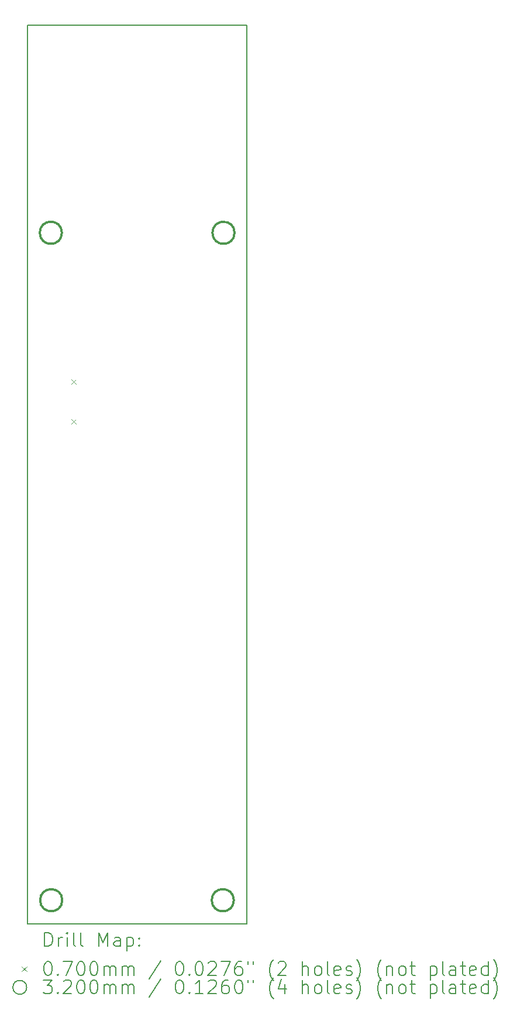
<source format=gbr>
%TF.GenerationSoftware,KiCad,Pcbnew,7.0.10*%
%TF.CreationDate,2024-11-08T14:21:35-05:00*%
%TF.ProjectId,Sensify Main Board,53656e73-6966-4792-904d-61696e20426f,rev?*%
%TF.SameCoordinates,Original*%
%TF.FileFunction,Drillmap*%
%TF.FilePolarity,Positive*%
%FSLAX45Y45*%
G04 Gerber Fmt 4.5, Leading zero omitted, Abs format (unit mm)*
G04 Created by KiCad (PCBNEW 7.0.10) date 2024-11-08 14:21:35*
%MOMM*%
%LPD*%
G01*
G04 APERTURE LIST*
%ADD10C,0.200000*%
%ADD11C,0.100000*%
%ADD12C,0.320000*%
G04 APERTURE END LIST*
D10*
X12750800Y-6187440D02*
X15925800Y-6187440D01*
X15925800Y-19187440D01*
X12750800Y-19187440D01*
X12750800Y-6187440D01*
D11*
X13386360Y-11307090D02*
X13456360Y-11377090D01*
X13456360Y-11307090D02*
X13386360Y-11377090D01*
X13386360Y-11885090D02*
X13456360Y-11955090D01*
X13456360Y-11885090D02*
X13386360Y-11955090D01*
D12*
X13251160Y-9189720D02*
G75*
G03*
X12931160Y-9189720I-160000J0D01*
G01*
X12931160Y-9189720D02*
G75*
G03*
X13251160Y-9189720I160000J0D01*
G01*
X13256240Y-18841720D02*
G75*
G03*
X12936240Y-18841720I-160000J0D01*
G01*
X12936240Y-18841720D02*
G75*
G03*
X13256240Y-18841720I160000J0D01*
G01*
X15740360Y-18841720D02*
G75*
G03*
X15420360Y-18841720I-160000J0D01*
G01*
X15420360Y-18841720D02*
G75*
G03*
X15740360Y-18841720I160000J0D01*
G01*
X15750520Y-9189720D02*
G75*
G03*
X15430520Y-9189720I-160000J0D01*
G01*
X15430520Y-9189720D02*
G75*
G03*
X15750520Y-9189720I160000J0D01*
G01*
D10*
X13001577Y-19508924D02*
X13001577Y-19308924D01*
X13001577Y-19308924D02*
X13049196Y-19308924D01*
X13049196Y-19308924D02*
X13077767Y-19318448D01*
X13077767Y-19318448D02*
X13096815Y-19337495D01*
X13096815Y-19337495D02*
X13106339Y-19356543D01*
X13106339Y-19356543D02*
X13115862Y-19394638D01*
X13115862Y-19394638D02*
X13115862Y-19423210D01*
X13115862Y-19423210D02*
X13106339Y-19461305D01*
X13106339Y-19461305D02*
X13096815Y-19480352D01*
X13096815Y-19480352D02*
X13077767Y-19499400D01*
X13077767Y-19499400D02*
X13049196Y-19508924D01*
X13049196Y-19508924D02*
X13001577Y-19508924D01*
X13201577Y-19508924D02*
X13201577Y-19375590D01*
X13201577Y-19413686D02*
X13211101Y-19394638D01*
X13211101Y-19394638D02*
X13220624Y-19385114D01*
X13220624Y-19385114D02*
X13239672Y-19375590D01*
X13239672Y-19375590D02*
X13258720Y-19375590D01*
X13325386Y-19508924D02*
X13325386Y-19375590D01*
X13325386Y-19308924D02*
X13315862Y-19318448D01*
X13315862Y-19318448D02*
X13325386Y-19327971D01*
X13325386Y-19327971D02*
X13334910Y-19318448D01*
X13334910Y-19318448D02*
X13325386Y-19308924D01*
X13325386Y-19308924D02*
X13325386Y-19327971D01*
X13449196Y-19508924D02*
X13430148Y-19499400D01*
X13430148Y-19499400D02*
X13420624Y-19480352D01*
X13420624Y-19480352D02*
X13420624Y-19308924D01*
X13553958Y-19508924D02*
X13534910Y-19499400D01*
X13534910Y-19499400D02*
X13525386Y-19480352D01*
X13525386Y-19480352D02*
X13525386Y-19308924D01*
X13782529Y-19508924D02*
X13782529Y-19308924D01*
X13782529Y-19308924D02*
X13849196Y-19451781D01*
X13849196Y-19451781D02*
X13915862Y-19308924D01*
X13915862Y-19308924D02*
X13915862Y-19508924D01*
X14096815Y-19508924D02*
X14096815Y-19404162D01*
X14096815Y-19404162D02*
X14087291Y-19385114D01*
X14087291Y-19385114D02*
X14068243Y-19375590D01*
X14068243Y-19375590D02*
X14030148Y-19375590D01*
X14030148Y-19375590D02*
X14011101Y-19385114D01*
X14096815Y-19499400D02*
X14077767Y-19508924D01*
X14077767Y-19508924D02*
X14030148Y-19508924D01*
X14030148Y-19508924D02*
X14011101Y-19499400D01*
X14011101Y-19499400D02*
X14001577Y-19480352D01*
X14001577Y-19480352D02*
X14001577Y-19461305D01*
X14001577Y-19461305D02*
X14011101Y-19442257D01*
X14011101Y-19442257D02*
X14030148Y-19432733D01*
X14030148Y-19432733D02*
X14077767Y-19432733D01*
X14077767Y-19432733D02*
X14096815Y-19423210D01*
X14192053Y-19375590D02*
X14192053Y-19575590D01*
X14192053Y-19385114D02*
X14211101Y-19375590D01*
X14211101Y-19375590D02*
X14249196Y-19375590D01*
X14249196Y-19375590D02*
X14268243Y-19385114D01*
X14268243Y-19385114D02*
X14277767Y-19394638D01*
X14277767Y-19394638D02*
X14287291Y-19413686D01*
X14287291Y-19413686D02*
X14287291Y-19470829D01*
X14287291Y-19470829D02*
X14277767Y-19489876D01*
X14277767Y-19489876D02*
X14268243Y-19499400D01*
X14268243Y-19499400D02*
X14249196Y-19508924D01*
X14249196Y-19508924D02*
X14211101Y-19508924D01*
X14211101Y-19508924D02*
X14192053Y-19499400D01*
X14373005Y-19489876D02*
X14382529Y-19499400D01*
X14382529Y-19499400D02*
X14373005Y-19508924D01*
X14373005Y-19508924D02*
X14363482Y-19499400D01*
X14363482Y-19499400D02*
X14373005Y-19489876D01*
X14373005Y-19489876D02*
X14373005Y-19508924D01*
X14373005Y-19385114D02*
X14382529Y-19394638D01*
X14382529Y-19394638D02*
X14373005Y-19404162D01*
X14373005Y-19404162D02*
X14363482Y-19394638D01*
X14363482Y-19394638D02*
X14373005Y-19385114D01*
X14373005Y-19385114D02*
X14373005Y-19404162D01*
D11*
X12670800Y-19802440D02*
X12740800Y-19872440D01*
X12740800Y-19802440D02*
X12670800Y-19872440D01*
D10*
X13039672Y-19728924D02*
X13058720Y-19728924D01*
X13058720Y-19728924D02*
X13077767Y-19738448D01*
X13077767Y-19738448D02*
X13087291Y-19747971D01*
X13087291Y-19747971D02*
X13096815Y-19767019D01*
X13096815Y-19767019D02*
X13106339Y-19805114D01*
X13106339Y-19805114D02*
X13106339Y-19852733D01*
X13106339Y-19852733D02*
X13096815Y-19890829D01*
X13096815Y-19890829D02*
X13087291Y-19909876D01*
X13087291Y-19909876D02*
X13077767Y-19919400D01*
X13077767Y-19919400D02*
X13058720Y-19928924D01*
X13058720Y-19928924D02*
X13039672Y-19928924D01*
X13039672Y-19928924D02*
X13020624Y-19919400D01*
X13020624Y-19919400D02*
X13011101Y-19909876D01*
X13011101Y-19909876D02*
X13001577Y-19890829D01*
X13001577Y-19890829D02*
X12992053Y-19852733D01*
X12992053Y-19852733D02*
X12992053Y-19805114D01*
X12992053Y-19805114D02*
X13001577Y-19767019D01*
X13001577Y-19767019D02*
X13011101Y-19747971D01*
X13011101Y-19747971D02*
X13020624Y-19738448D01*
X13020624Y-19738448D02*
X13039672Y-19728924D01*
X13192053Y-19909876D02*
X13201577Y-19919400D01*
X13201577Y-19919400D02*
X13192053Y-19928924D01*
X13192053Y-19928924D02*
X13182529Y-19919400D01*
X13182529Y-19919400D02*
X13192053Y-19909876D01*
X13192053Y-19909876D02*
X13192053Y-19928924D01*
X13268243Y-19728924D02*
X13401577Y-19728924D01*
X13401577Y-19728924D02*
X13315862Y-19928924D01*
X13515862Y-19728924D02*
X13534910Y-19728924D01*
X13534910Y-19728924D02*
X13553958Y-19738448D01*
X13553958Y-19738448D02*
X13563482Y-19747971D01*
X13563482Y-19747971D02*
X13573005Y-19767019D01*
X13573005Y-19767019D02*
X13582529Y-19805114D01*
X13582529Y-19805114D02*
X13582529Y-19852733D01*
X13582529Y-19852733D02*
X13573005Y-19890829D01*
X13573005Y-19890829D02*
X13563482Y-19909876D01*
X13563482Y-19909876D02*
X13553958Y-19919400D01*
X13553958Y-19919400D02*
X13534910Y-19928924D01*
X13534910Y-19928924D02*
X13515862Y-19928924D01*
X13515862Y-19928924D02*
X13496815Y-19919400D01*
X13496815Y-19919400D02*
X13487291Y-19909876D01*
X13487291Y-19909876D02*
X13477767Y-19890829D01*
X13477767Y-19890829D02*
X13468243Y-19852733D01*
X13468243Y-19852733D02*
X13468243Y-19805114D01*
X13468243Y-19805114D02*
X13477767Y-19767019D01*
X13477767Y-19767019D02*
X13487291Y-19747971D01*
X13487291Y-19747971D02*
X13496815Y-19738448D01*
X13496815Y-19738448D02*
X13515862Y-19728924D01*
X13706339Y-19728924D02*
X13725386Y-19728924D01*
X13725386Y-19728924D02*
X13744434Y-19738448D01*
X13744434Y-19738448D02*
X13753958Y-19747971D01*
X13753958Y-19747971D02*
X13763482Y-19767019D01*
X13763482Y-19767019D02*
X13773005Y-19805114D01*
X13773005Y-19805114D02*
X13773005Y-19852733D01*
X13773005Y-19852733D02*
X13763482Y-19890829D01*
X13763482Y-19890829D02*
X13753958Y-19909876D01*
X13753958Y-19909876D02*
X13744434Y-19919400D01*
X13744434Y-19919400D02*
X13725386Y-19928924D01*
X13725386Y-19928924D02*
X13706339Y-19928924D01*
X13706339Y-19928924D02*
X13687291Y-19919400D01*
X13687291Y-19919400D02*
X13677767Y-19909876D01*
X13677767Y-19909876D02*
X13668243Y-19890829D01*
X13668243Y-19890829D02*
X13658720Y-19852733D01*
X13658720Y-19852733D02*
X13658720Y-19805114D01*
X13658720Y-19805114D02*
X13668243Y-19767019D01*
X13668243Y-19767019D02*
X13677767Y-19747971D01*
X13677767Y-19747971D02*
X13687291Y-19738448D01*
X13687291Y-19738448D02*
X13706339Y-19728924D01*
X13858720Y-19928924D02*
X13858720Y-19795590D01*
X13858720Y-19814638D02*
X13868243Y-19805114D01*
X13868243Y-19805114D02*
X13887291Y-19795590D01*
X13887291Y-19795590D02*
X13915863Y-19795590D01*
X13915863Y-19795590D02*
X13934910Y-19805114D01*
X13934910Y-19805114D02*
X13944434Y-19824162D01*
X13944434Y-19824162D02*
X13944434Y-19928924D01*
X13944434Y-19824162D02*
X13953958Y-19805114D01*
X13953958Y-19805114D02*
X13973005Y-19795590D01*
X13973005Y-19795590D02*
X14001577Y-19795590D01*
X14001577Y-19795590D02*
X14020624Y-19805114D01*
X14020624Y-19805114D02*
X14030148Y-19824162D01*
X14030148Y-19824162D02*
X14030148Y-19928924D01*
X14125386Y-19928924D02*
X14125386Y-19795590D01*
X14125386Y-19814638D02*
X14134910Y-19805114D01*
X14134910Y-19805114D02*
X14153958Y-19795590D01*
X14153958Y-19795590D02*
X14182529Y-19795590D01*
X14182529Y-19795590D02*
X14201577Y-19805114D01*
X14201577Y-19805114D02*
X14211101Y-19824162D01*
X14211101Y-19824162D02*
X14211101Y-19928924D01*
X14211101Y-19824162D02*
X14220624Y-19805114D01*
X14220624Y-19805114D02*
X14239672Y-19795590D01*
X14239672Y-19795590D02*
X14268243Y-19795590D01*
X14268243Y-19795590D02*
X14287291Y-19805114D01*
X14287291Y-19805114D02*
X14296815Y-19824162D01*
X14296815Y-19824162D02*
X14296815Y-19928924D01*
X14687291Y-19719400D02*
X14515863Y-19976543D01*
X14944434Y-19728924D02*
X14963482Y-19728924D01*
X14963482Y-19728924D02*
X14982529Y-19738448D01*
X14982529Y-19738448D02*
X14992053Y-19747971D01*
X14992053Y-19747971D02*
X15001577Y-19767019D01*
X15001577Y-19767019D02*
X15011101Y-19805114D01*
X15011101Y-19805114D02*
X15011101Y-19852733D01*
X15011101Y-19852733D02*
X15001577Y-19890829D01*
X15001577Y-19890829D02*
X14992053Y-19909876D01*
X14992053Y-19909876D02*
X14982529Y-19919400D01*
X14982529Y-19919400D02*
X14963482Y-19928924D01*
X14963482Y-19928924D02*
X14944434Y-19928924D01*
X14944434Y-19928924D02*
X14925386Y-19919400D01*
X14925386Y-19919400D02*
X14915863Y-19909876D01*
X14915863Y-19909876D02*
X14906339Y-19890829D01*
X14906339Y-19890829D02*
X14896815Y-19852733D01*
X14896815Y-19852733D02*
X14896815Y-19805114D01*
X14896815Y-19805114D02*
X14906339Y-19767019D01*
X14906339Y-19767019D02*
X14915863Y-19747971D01*
X14915863Y-19747971D02*
X14925386Y-19738448D01*
X14925386Y-19738448D02*
X14944434Y-19728924D01*
X15096815Y-19909876D02*
X15106339Y-19919400D01*
X15106339Y-19919400D02*
X15096815Y-19928924D01*
X15096815Y-19928924D02*
X15087291Y-19919400D01*
X15087291Y-19919400D02*
X15096815Y-19909876D01*
X15096815Y-19909876D02*
X15096815Y-19928924D01*
X15230148Y-19728924D02*
X15249196Y-19728924D01*
X15249196Y-19728924D02*
X15268244Y-19738448D01*
X15268244Y-19738448D02*
X15277767Y-19747971D01*
X15277767Y-19747971D02*
X15287291Y-19767019D01*
X15287291Y-19767019D02*
X15296815Y-19805114D01*
X15296815Y-19805114D02*
X15296815Y-19852733D01*
X15296815Y-19852733D02*
X15287291Y-19890829D01*
X15287291Y-19890829D02*
X15277767Y-19909876D01*
X15277767Y-19909876D02*
X15268244Y-19919400D01*
X15268244Y-19919400D02*
X15249196Y-19928924D01*
X15249196Y-19928924D02*
X15230148Y-19928924D01*
X15230148Y-19928924D02*
X15211101Y-19919400D01*
X15211101Y-19919400D02*
X15201577Y-19909876D01*
X15201577Y-19909876D02*
X15192053Y-19890829D01*
X15192053Y-19890829D02*
X15182529Y-19852733D01*
X15182529Y-19852733D02*
X15182529Y-19805114D01*
X15182529Y-19805114D02*
X15192053Y-19767019D01*
X15192053Y-19767019D02*
X15201577Y-19747971D01*
X15201577Y-19747971D02*
X15211101Y-19738448D01*
X15211101Y-19738448D02*
X15230148Y-19728924D01*
X15373006Y-19747971D02*
X15382529Y-19738448D01*
X15382529Y-19738448D02*
X15401577Y-19728924D01*
X15401577Y-19728924D02*
X15449196Y-19728924D01*
X15449196Y-19728924D02*
X15468244Y-19738448D01*
X15468244Y-19738448D02*
X15477767Y-19747971D01*
X15477767Y-19747971D02*
X15487291Y-19767019D01*
X15487291Y-19767019D02*
X15487291Y-19786067D01*
X15487291Y-19786067D02*
X15477767Y-19814638D01*
X15477767Y-19814638D02*
X15363482Y-19928924D01*
X15363482Y-19928924D02*
X15487291Y-19928924D01*
X15553958Y-19728924D02*
X15687291Y-19728924D01*
X15687291Y-19728924D02*
X15601577Y-19928924D01*
X15849196Y-19728924D02*
X15811101Y-19728924D01*
X15811101Y-19728924D02*
X15792053Y-19738448D01*
X15792053Y-19738448D02*
X15782529Y-19747971D01*
X15782529Y-19747971D02*
X15763482Y-19776543D01*
X15763482Y-19776543D02*
X15753958Y-19814638D01*
X15753958Y-19814638D02*
X15753958Y-19890829D01*
X15753958Y-19890829D02*
X15763482Y-19909876D01*
X15763482Y-19909876D02*
X15773006Y-19919400D01*
X15773006Y-19919400D02*
X15792053Y-19928924D01*
X15792053Y-19928924D02*
X15830148Y-19928924D01*
X15830148Y-19928924D02*
X15849196Y-19919400D01*
X15849196Y-19919400D02*
X15858720Y-19909876D01*
X15858720Y-19909876D02*
X15868244Y-19890829D01*
X15868244Y-19890829D02*
X15868244Y-19843210D01*
X15868244Y-19843210D02*
X15858720Y-19824162D01*
X15858720Y-19824162D02*
X15849196Y-19814638D01*
X15849196Y-19814638D02*
X15830148Y-19805114D01*
X15830148Y-19805114D02*
X15792053Y-19805114D01*
X15792053Y-19805114D02*
X15773006Y-19814638D01*
X15773006Y-19814638D02*
X15763482Y-19824162D01*
X15763482Y-19824162D02*
X15753958Y-19843210D01*
X15944434Y-19728924D02*
X15944434Y-19767019D01*
X16020625Y-19728924D02*
X16020625Y-19767019D01*
X16315863Y-20005114D02*
X16306339Y-19995590D01*
X16306339Y-19995590D02*
X16287291Y-19967019D01*
X16287291Y-19967019D02*
X16277768Y-19947971D01*
X16277768Y-19947971D02*
X16268244Y-19919400D01*
X16268244Y-19919400D02*
X16258720Y-19871781D01*
X16258720Y-19871781D02*
X16258720Y-19833686D01*
X16258720Y-19833686D02*
X16268244Y-19786067D01*
X16268244Y-19786067D02*
X16277768Y-19757495D01*
X16277768Y-19757495D02*
X16287291Y-19738448D01*
X16287291Y-19738448D02*
X16306339Y-19709876D01*
X16306339Y-19709876D02*
X16315863Y-19700352D01*
X16382529Y-19747971D02*
X16392053Y-19738448D01*
X16392053Y-19738448D02*
X16411101Y-19728924D01*
X16411101Y-19728924D02*
X16458720Y-19728924D01*
X16458720Y-19728924D02*
X16477768Y-19738448D01*
X16477768Y-19738448D02*
X16487291Y-19747971D01*
X16487291Y-19747971D02*
X16496815Y-19767019D01*
X16496815Y-19767019D02*
X16496815Y-19786067D01*
X16496815Y-19786067D02*
X16487291Y-19814638D01*
X16487291Y-19814638D02*
X16373006Y-19928924D01*
X16373006Y-19928924D02*
X16496815Y-19928924D01*
X16734910Y-19928924D02*
X16734910Y-19728924D01*
X16820625Y-19928924D02*
X16820625Y-19824162D01*
X16820625Y-19824162D02*
X16811101Y-19805114D01*
X16811101Y-19805114D02*
X16792053Y-19795590D01*
X16792053Y-19795590D02*
X16763482Y-19795590D01*
X16763482Y-19795590D02*
X16744434Y-19805114D01*
X16744434Y-19805114D02*
X16734910Y-19814638D01*
X16944434Y-19928924D02*
X16925387Y-19919400D01*
X16925387Y-19919400D02*
X16915863Y-19909876D01*
X16915863Y-19909876D02*
X16906339Y-19890829D01*
X16906339Y-19890829D02*
X16906339Y-19833686D01*
X16906339Y-19833686D02*
X16915863Y-19814638D01*
X16915863Y-19814638D02*
X16925387Y-19805114D01*
X16925387Y-19805114D02*
X16944434Y-19795590D01*
X16944434Y-19795590D02*
X16973006Y-19795590D01*
X16973006Y-19795590D02*
X16992053Y-19805114D01*
X16992053Y-19805114D02*
X17001577Y-19814638D01*
X17001577Y-19814638D02*
X17011101Y-19833686D01*
X17011101Y-19833686D02*
X17011101Y-19890829D01*
X17011101Y-19890829D02*
X17001577Y-19909876D01*
X17001577Y-19909876D02*
X16992053Y-19919400D01*
X16992053Y-19919400D02*
X16973006Y-19928924D01*
X16973006Y-19928924D02*
X16944434Y-19928924D01*
X17125387Y-19928924D02*
X17106339Y-19919400D01*
X17106339Y-19919400D02*
X17096815Y-19900352D01*
X17096815Y-19900352D02*
X17096815Y-19728924D01*
X17277768Y-19919400D02*
X17258720Y-19928924D01*
X17258720Y-19928924D02*
X17220625Y-19928924D01*
X17220625Y-19928924D02*
X17201577Y-19919400D01*
X17201577Y-19919400D02*
X17192053Y-19900352D01*
X17192053Y-19900352D02*
X17192053Y-19824162D01*
X17192053Y-19824162D02*
X17201577Y-19805114D01*
X17201577Y-19805114D02*
X17220625Y-19795590D01*
X17220625Y-19795590D02*
X17258720Y-19795590D01*
X17258720Y-19795590D02*
X17277768Y-19805114D01*
X17277768Y-19805114D02*
X17287292Y-19824162D01*
X17287292Y-19824162D02*
X17287292Y-19843210D01*
X17287292Y-19843210D02*
X17192053Y-19862257D01*
X17363482Y-19919400D02*
X17382530Y-19928924D01*
X17382530Y-19928924D02*
X17420625Y-19928924D01*
X17420625Y-19928924D02*
X17439673Y-19919400D01*
X17439673Y-19919400D02*
X17449196Y-19900352D01*
X17449196Y-19900352D02*
X17449196Y-19890829D01*
X17449196Y-19890829D02*
X17439673Y-19871781D01*
X17439673Y-19871781D02*
X17420625Y-19862257D01*
X17420625Y-19862257D02*
X17392053Y-19862257D01*
X17392053Y-19862257D02*
X17373006Y-19852733D01*
X17373006Y-19852733D02*
X17363482Y-19833686D01*
X17363482Y-19833686D02*
X17363482Y-19824162D01*
X17363482Y-19824162D02*
X17373006Y-19805114D01*
X17373006Y-19805114D02*
X17392053Y-19795590D01*
X17392053Y-19795590D02*
X17420625Y-19795590D01*
X17420625Y-19795590D02*
X17439673Y-19805114D01*
X17515863Y-20005114D02*
X17525387Y-19995590D01*
X17525387Y-19995590D02*
X17544434Y-19967019D01*
X17544434Y-19967019D02*
X17553958Y-19947971D01*
X17553958Y-19947971D02*
X17563482Y-19919400D01*
X17563482Y-19919400D02*
X17573006Y-19871781D01*
X17573006Y-19871781D02*
X17573006Y-19833686D01*
X17573006Y-19833686D02*
X17563482Y-19786067D01*
X17563482Y-19786067D02*
X17553958Y-19757495D01*
X17553958Y-19757495D02*
X17544434Y-19738448D01*
X17544434Y-19738448D02*
X17525387Y-19709876D01*
X17525387Y-19709876D02*
X17515863Y-19700352D01*
X17877768Y-20005114D02*
X17868244Y-19995590D01*
X17868244Y-19995590D02*
X17849196Y-19967019D01*
X17849196Y-19967019D02*
X17839673Y-19947971D01*
X17839673Y-19947971D02*
X17830149Y-19919400D01*
X17830149Y-19919400D02*
X17820625Y-19871781D01*
X17820625Y-19871781D02*
X17820625Y-19833686D01*
X17820625Y-19833686D02*
X17830149Y-19786067D01*
X17830149Y-19786067D02*
X17839673Y-19757495D01*
X17839673Y-19757495D02*
X17849196Y-19738448D01*
X17849196Y-19738448D02*
X17868244Y-19709876D01*
X17868244Y-19709876D02*
X17877768Y-19700352D01*
X17953958Y-19795590D02*
X17953958Y-19928924D01*
X17953958Y-19814638D02*
X17963482Y-19805114D01*
X17963482Y-19805114D02*
X17982530Y-19795590D01*
X17982530Y-19795590D02*
X18011101Y-19795590D01*
X18011101Y-19795590D02*
X18030149Y-19805114D01*
X18030149Y-19805114D02*
X18039673Y-19824162D01*
X18039673Y-19824162D02*
X18039673Y-19928924D01*
X18163482Y-19928924D02*
X18144434Y-19919400D01*
X18144434Y-19919400D02*
X18134911Y-19909876D01*
X18134911Y-19909876D02*
X18125387Y-19890829D01*
X18125387Y-19890829D02*
X18125387Y-19833686D01*
X18125387Y-19833686D02*
X18134911Y-19814638D01*
X18134911Y-19814638D02*
X18144434Y-19805114D01*
X18144434Y-19805114D02*
X18163482Y-19795590D01*
X18163482Y-19795590D02*
X18192054Y-19795590D01*
X18192054Y-19795590D02*
X18211101Y-19805114D01*
X18211101Y-19805114D02*
X18220625Y-19814638D01*
X18220625Y-19814638D02*
X18230149Y-19833686D01*
X18230149Y-19833686D02*
X18230149Y-19890829D01*
X18230149Y-19890829D02*
X18220625Y-19909876D01*
X18220625Y-19909876D02*
X18211101Y-19919400D01*
X18211101Y-19919400D02*
X18192054Y-19928924D01*
X18192054Y-19928924D02*
X18163482Y-19928924D01*
X18287292Y-19795590D02*
X18363482Y-19795590D01*
X18315863Y-19728924D02*
X18315863Y-19900352D01*
X18315863Y-19900352D02*
X18325387Y-19919400D01*
X18325387Y-19919400D02*
X18344434Y-19928924D01*
X18344434Y-19928924D02*
X18363482Y-19928924D01*
X18582530Y-19795590D02*
X18582530Y-19995590D01*
X18582530Y-19805114D02*
X18601577Y-19795590D01*
X18601577Y-19795590D02*
X18639673Y-19795590D01*
X18639673Y-19795590D02*
X18658720Y-19805114D01*
X18658720Y-19805114D02*
X18668244Y-19814638D01*
X18668244Y-19814638D02*
X18677768Y-19833686D01*
X18677768Y-19833686D02*
X18677768Y-19890829D01*
X18677768Y-19890829D02*
X18668244Y-19909876D01*
X18668244Y-19909876D02*
X18658720Y-19919400D01*
X18658720Y-19919400D02*
X18639673Y-19928924D01*
X18639673Y-19928924D02*
X18601577Y-19928924D01*
X18601577Y-19928924D02*
X18582530Y-19919400D01*
X18792054Y-19928924D02*
X18773006Y-19919400D01*
X18773006Y-19919400D02*
X18763482Y-19900352D01*
X18763482Y-19900352D02*
X18763482Y-19728924D01*
X18953958Y-19928924D02*
X18953958Y-19824162D01*
X18953958Y-19824162D02*
X18944435Y-19805114D01*
X18944435Y-19805114D02*
X18925387Y-19795590D01*
X18925387Y-19795590D02*
X18887292Y-19795590D01*
X18887292Y-19795590D02*
X18868244Y-19805114D01*
X18953958Y-19919400D02*
X18934911Y-19928924D01*
X18934911Y-19928924D02*
X18887292Y-19928924D01*
X18887292Y-19928924D02*
X18868244Y-19919400D01*
X18868244Y-19919400D02*
X18858720Y-19900352D01*
X18858720Y-19900352D02*
X18858720Y-19881305D01*
X18858720Y-19881305D02*
X18868244Y-19862257D01*
X18868244Y-19862257D02*
X18887292Y-19852733D01*
X18887292Y-19852733D02*
X18934911Y-19852733D01*
X18934911Y-19852733D02*
X18953958Y-19843210D01*
X19020625Y-19795590D02*
X19096815Y-19795590D01*
X19049196Y-19728924D02*
X19049196Y-19900352D01*
X19049196Y-19900352D02*
X19058720Y-19919400D01*
X19058720Y-19919400D02*
X19077768Y-19928924D01*
X19077768Y-19928924D02*
X19096815Y-19928924D01*
X19239673Y-19919400D02*
X19220625Y-19928924D01*
X19220625Y-19928924D02*
X19182530Y-19928924D01*
X19182530Y-19928924D02*
X19163482Y-19919400D01*
X19163482Y-19919400D02*
X19153958Y-19900352D01*
X19153958Y-19900352D02*
X19153958Y-19824162D01*
X19153958Y-19824162D02*
X19163482Y-19805114D01*
X19163482Y-19805114D02*
X19182530Y-19795590D01*
X19182530Y-19795590D02*
X19220625Y-19795590D01*
X19220625Y-19795590D02*
X19239673Y-19805114D01*
X19239673Y-19805114D02*
X19249196Y-19824162D01*
X19249196Y-19824162D02*
X19249196Y-19843210D01*
X19249196Y-19843210D02*
X19153958Y-19862257D01*
X19420625Y-19928924D02*
X19420625Y-19728924D01*
X19420625Y-19919400D02*
X19401577Y-19928924D01*
X19401577Y-19928924D02*
X19363482Y-19928924D01*
X19363482Y-19928924D02*
X19344435Y-19919400D01*
X19344435Y-19919400D02*
X19334911Y-19909876D01*
X19334911Y-19909876D02*
X19325387Y-19890829D01*
X19325387Y-19890829D02*
X19325387Y-19833686D01*
X19325387Y-19833686D02*
X19334911Y-19814638D01*
X19334911Y-19814638D02*
X19344435Y-19805114D01*
X19344435Y-19805114D02*
X19363482Y-19795590D01*
X19363482Y-19795590D02*
X19401577Y-19795590D01*
X19401577Y-19795590D02*
X19420625Y-19805114D01*
X19496816Y-20005114D02*
X19506339Y-19995590D01*
X19506339Y-19995590D02*
X19525387Y-19967019D01*
X19525387Y-19967019D02*
X19534911Y-19947971D01*
X19534911Y-19947971D02*
X19544435Y-19919400D01*
X19544435Y-19919400D02*
X19553958Y-19871781D01*
X19553958Y-19871781D02*
X19553958Y-19833686D01*
X19553958Y-19833686D02*
X19544435Y-19786067D01*
X19544435Y-19786067D02*
X19534911Y-19757495D01*
X19534911Y-19757495D02*
X19525387Y-19738448D01*
X19525387Y-19738448D02*
X19506339Y-19709876D01*
X19506339Y-19709876D02*
X19496816Y-19700352D01*
X12740800Y-20101440D02*
G75*
G03*
X12540800Y-20101440I-100000J0D01*
G01*
X12540800Y-20101440D02*
G75*
G03*
X12740800Y-20101440I100000J0D01*
G01*
X12982529Y-19992924D02*
X13106339Y-19992924D01*
X13106339Y-19992924D02*
X13039672Y-20069114D01*
X13039672Y-20069114D02*
X13068243Y-20069114D01*
X13068243Y-20069114D02*
X13087291Y-20078638D01*
X13087291Y-20078638D02*
X13096815Y-20088162D01*
X13096815Y-20088162D02*
X13106339Y-20107210D01*
X13106339Y-20107210D02*
X13106339Y-20154829D01*
X13106339Y-20154829D02*
X13096815Y-20173876D01*
X13096815Y-20173876D02*
X13087291Y-20183400D01*
X13087291Y-20183400D02*
X13068243Y-20192924D01*
X13068243Y-20192924D02*
X13011101Y-20192924D01*
X13011101Y-20192924D02*
X12992053Y-20183400D01*
X12992053Y-20183400D02*
X12982529Y-20173876D01*
X13192053Y-20173876D02*
X13201577Y-20183400D01*
X13201577Y-20183400D02*
X13192053Y-20192924D01*
X13192053Y-20192924D02*
X13182529Y-20183400D01*
X13182529Y-20183400D02*
X13192053Y-20173876D01*
X13192053Y-20173876D02*
X13192053Y-20192924D01*
X13277767Y-20011971D02*
X13287291Y-20002448D01*
X13287291Y-20002448D02*
X13306339Y-19992924D01*
X13306339Y-19992924D02*
X13353958Y-19992924D01*
X13353958Y-19992924D02*
X13373005Y-20002448D01*
X13373005Y-20002448D02*
X13382529Y-20011971D01*
X13382529Y-20011971D02*
X13392053Y-20031019D01*
X13392053Y-20031019D02*
X13392053Y-20050067D01*
X13392053Y-20050067D02*
X13382529Y-20078638D01*
X13382529Y-20078638D02*
X13268243Y-20192924D01*
X13268243Y-20192924D02*
X13392053Y-20192924D01*
X13515862Y-19992924D02*
X13534910Y-19992924D01*
X13534910Y-19992924D02*
X13553958Y-20002448D01*
X13553958Y-20002448D02*
X13563482Y-20011971D01*
X13563482Y-20011971D02*
X13573005Y-20031019D01*
X13573005Y-20031019D02*
X13582529Y-20069114D01*
X13582529Y-20069114D02*
X13582529Y-20116733D01*
X13582529Y-20116733D02*
X13573005Y-20154829D01*
X13573005Y-20154829D02*
X13563482Y-20173876D01*
X13563482Y-20173876D02*
X13553958Y-20183400D01*
X13553958Y-20183400D02*
X13534910Y-20192924D01*
X13534910Y-20192924D02*
X13515862Y-20192924D01*
X13515862Y-20192924D02*
X13496815Y-20183400D01*
X13496815Y-20183400D02*
X13487291Y-20173876D01*
X13487291Y-20173876D02*
X13477767Y-20154829D01*
X13477767Y-20154829D02*
X13468243Y-20116733D01*
X13468243Y-20116733D02*
X13468243Y-20069114D01*
X13468243Y-20069114D02*
X13477767Y-20031019D01*
X13477767Y-20031019D02*
X13487291Y-20011971D01*
X13487291Y-20011971D02*
X13496815Y-20002448D01*
X13496815Y-20002448D02*
X13515862Y-19992924D01*
X13706339Y-19992924D02*
X13725386Y-19992924D01*
X13725386Y-19992924D02*
X13744434Y-20002448D01*
X13744434Y-20002448D02*
X13753958Y-20011971D01*
X13753958Y-20011971D02*
X13763482Y-20031019D01*
X13763482Y-20031019D02*
X13773005Y-20069114D01*
X13773005Y-20069114D02*
X13773005Y-20116733D01*
X13773005Y-20116733D02*
X13763482Y-20154829D01*
X13763482Y-20154829D02*
X13753958Y-20173876D01*
X13753958Y-20173876D02*
X13744434Y-20183400D01*
X13744434Y-20183400D02*
X13725386Y-20192924D01*
X13725386Y-20192924D02*
X13706339Y-20192924D01*
X13706339Y-20192924D02*
X13687291Y-20183400D01*
X13687291Y-20183400D02*
X13677767Y-20173876D01*
X13677767Y-20173876D02*
X13668243Y-20154829D01*
X13668243Y-20154829D02*
X13658720Y-20116733D01*
X13658720Y-20116733D02*
X13658720Y-20069114D01*
X13658720Y-20069114D02*
X13668243Y-20031019D01*
X13668243Y-20031019D02*
X13677767Y-20011971D01*
X13677767Y-20011971D02*
X13687291Y-20002448D01*
X13687291Y-20002448D02*
X13706339Y-19992924D01*
X13858720Y-20192924D02*
X13858720Y-20059590D01*
X13858720Y-20078638D02*
X13868243Y-20069114D01*
X13868243Y-20069114D02*
X13887291Y-20059590D01*
X13887291Y-20059590D02*
X13915863Y-20059590D01*
X13915863Y-20059590D02*
X13934910Y-20069114D01*
X13934910Y-20069114D02*
X13944434Y-20088162D01*
X13944434Y-20088162D02*
X13944434Y-20192924D01*
X13944434Y-20088162D02*
X13953958Y-20069114D01*
X13953958Y-20069114D02*
X13973005Y-20059590D01*
X13973005Y-20059590D02*
X14001577Y-20059590D01*
X14001577Y-20059590D02*
X14020624Y-20069114D01*
X14020624Y-20069114D02*
X14030148Y-20088162D01*
X14030148Y-20088162D02*
X14030148Y-20192924D01*
X14125386Y-20192924D02*
X14125386Y-20059590D01*
X14125386Y-20078638D02*
X14134910Y-20069114D01*
X14134910Y-20069114D02*
X14153958Y-20059590D01*
X14153958Y-20059590D02*
X14182529Y-20059590D01*
X14182529Y-20059590D02*
X14201577Y-20069114D01*
X14201577Y-20069114D02*
X14211101Y-20088162D01*
X14211101Y-20088162D02*
X14211101Y-20192924D01*
X14211101Y-20088162D02*
X14220624Y-20069114D01*
X14220624Y-20069114D02*
X14239672Y-20059590D01*
X14239672Y-20059590D02*
X14268243Y-20059590D01*
X14268243Y-20059590D02*
X14287291Y-20069114D01*
X14287291Y-20069114D02*
X14296815Y-20088162D01*
X14296815Y-20088162D02*
X14296815Y-20192924D01*
X14687291Y-19983400D02*
X14515863Y-20240543D01*
X14944434Y-19992924D02*
X14963482Y-19992924D01*
X14963482Y-19992924D02*
X14982529Y-20002448D01*
X14982529Y-20002448D02*
X14992053Y-20011971D01*
X14992053Y-20011971D02*
X15001577Y-20031019D01*
X15001577Y-20031019D02*
X15011101Y-20069114D01*
X15011101Y-20069114D02*
X15011101Y-20116733D01*
X15011101Y-20116733D02*
X15001577Y-20154829D01*
X15001577Y-20154829D02*
X14992053Y-20173876D01*
X14992053Y-20173876D02*
X14982529Y-20183400D01*
X14982529Y-20183400D02*
X14963482Y-20192924D01*
X14963482Y-20192924D02*
X14944434Y-20192924D01*
X14944434Y-20192924D02*
X14925386Y-20183400D01*
X14925386Y-20183400D02*
X14915863Y-20173876D01*
X14915863Y-20173876D02*
X14906339Y-20154829D01*
X14906339Y-20154829D02*
X14896815Y-20116733D01*
X14896815Y-20116733D02*
X14896815Y-20069114D01*
X14896815Y-20069114D02*
X14906339Y-20031019D01*
X14906339Y-20031019D02*
X14915863Y-20011971D01*
X14915863Y-20011971D02*
X14925386Y-20002448D01*
X14925386Y-20002448D02*
X14944434Y-19992924D01*
X15096815Y-20173876D02*
X15106339Y-20183400D01*
X15106339Y-20183400D02*
X15096815Y-20192924D01*
X15096815Y-20192924D02*
X15087291Y-20183400D01*
X15087291Y-20183400D02*
X15096815Y-20173876D01*
X15096815Y-20173876D02*
X15096815Y-20192924D01*
X15296815Y-20192924D02*
X15182529Y-20192924D01*
X15239672Y-20192924D02*
X15239672Y-19992924D01*
X15239672Y-19992924D02*
X15220625Y-20021495D01*
X15220625Y-20021495D02*
X15201577Y-20040543D01*
X15201577Y-20040543D02*
X15182529Y-20050067D01*
X15373006Y-20011971D02*
X15382529Y-20002448D01*
X15382529Y-20002448D02*
X15401577Y-19992924D01*
X15401577Y-19992924D02*
X15449196Y-19992924D01*
X15449196Y-19992924D02*
X15468244Y-20002448D01*
X15468244Y-20002448D02*
X15477767Y-20011971D01*
X15477767Y-20011971D02*
X15487291Y-20031019D01*
X15487291Y-20031019D02*
X15487291Y-20050067D01*
X15487291Y-20050067D02*
X15477767Y-20078638D01*
X15477767Y-20078638D02*
X15363482Y-20192924D01*
X15363482Y-20192924D02*
X15487291Y-20192924D01*
X15658720Y-19992924D02*
X15620625Y-19992924D01*
X15620625Y-19992924D02*
X15601577Y-20002448D01*
X15601577Y-20002448D02*
X15592053Y-20011971D01*
X15592053Y-20011971D02*
X15573006Y-20040543D01*
X15573006Y-20040543D02*
X15563482Y-20078638D01*
X15563482Y-20078638D02*
X15563482Y-20154829D01*
X15563482Y-20154829D02*
X15573006Y-20173876D01*
X15573006Y-20173876D02*
X15582529Y-20183400D01*
X15582529Y-20183400D02*
X15601577Y-20192924D01*
X15601577Y-20192924D02*
X15639672Y-20192924D01*
X15639672Y-20192924D02*
X15658720Y-20183400D01*
X15658720Y-20183400D02*
X15668244Y-20173876D01*
X15668244Y-20173876D02*
X15677767Y-20154829D01*
X15677767Y-20154829D02*
X15677767Y-20107210D01*
X15677767Y-20107210D02*
X15668244Y-20088162D01*
X15668244Y-20088162D02*
X15658720Y-20078638D01*
X15658720Y-20078638D02*
X15639672Y-20069114D01*
X15639672Y-20069114D02*
X15601577Y-20069114D01*
X15601577Y-20069114D02*
X15582529Y-20078638D01*
X15582529Y-20078638D02*
X15573006Y-20088162D01*
X15573006Y-20088162D02*
X15563482Y-20107210D01*
X15801577Y-19992924D02*
X15820625Y-19992924D01*
X15820625Y-19992924D02*
X15839672Y-20002448D01*
X15839672Y-20002448D02*
X15849196Y-20011971D01*
X15849196Y-20011971D02*
X15858720Y-20031019D01*
X15858720Y-20031019D02*
X15868244Y-20069114D01*
X15868244Y-20069114D02*
X15868244Y-20116733D01*
X15868244Y-20116733D02*
X15858720Y-20154829D01*
X15858720Y-20154829D02*
X15849196Y-20173876D01*
X15849196Y-20173876D02*
X15839672Y-20183400D01*
X15839672Y-20183400D02*
X15820625Y-20192924D01*
X15820625Y-20192924D02*
X15801577Y-20192924D01*
X15801577Y-20192924D02*
X15782529Y-20183400D01*
X15782529Y-20183400D02*
X15773006Y-20173876D01*
X15773006Y-20173876D02*
X15763482Y-20154829D01*
X15763482Y-20154829D02*
X15753958Y-20116733D01*
X15753958Y-20116733D02*
X15753958Y-20069114D01*
X15753958Y-20069114D02*
X15763482Y-20031019D01*
X15763482Y-20031019D02*
X15773006Y-20011971D01*
X15773006Y-20011971D02*
X15782529Y-20002448D01*
X15782529Y-20002448D02*
X15801577Y-19992924D01*
X15944434Y-19992924D02*
X15944434Y-20031019D01*
X16020625Y-19992924D02*
X16020625Y-20031019D01*
X16315863Y-20269114D02*
X16306339Y-20259590D01*
X16306339Y-20259590D02*
X16287291Y-20231019D01*
X16287291Y-20231019D02*
X16277768Y-20211971D01*
X16277768Y-20211971D02*
X16268244Y-20183400D01*
X16268244Y-20183400D02*
X16258720Y-20135781D01*
X16258720Y-20135781D02*
X16258720Y-20097686D01*
X16258720Y-20097686D02*
X16268244Y-20050067D01*
X16268244Y-20050067D02*
X16277768Y-20021495D01*
X16277768Y-20021495D02*
X16287291Y-20002448D01*
X16287291Y-20002448D02*
X16306339Y-19973876D01*
X16306339Y-19973876D02*
X16315863Y-19964352D01*
X16477768Y-20059590D02*
X16477768Y-20192924D01*
X16430148Y-19983400D02*
X16382529Y-20126257D01*
X16382529Y-20126257D02*
X16506339Y-20126257D01*
X16734910Y-20192924D02*
X16734910Y-19992924D01*
X16820625Y-20192924D02*
X16820625Y-20088162D01*
X16820625Y-20088162D02*
X16811101Y-20069114D01*
X16811101Y-20069114D02*
X16792053Y-20059590D01*
X16792053Y-20059590D02*
X16763482Y-20059590D01*
X16763482Y-20059590D02*
X16744434Y-20069114D01*
X16744434Y-20069114D02*
X16734910Y-20078638D01*
X16944434Y-20192924D02*
X16925387Y-20183400D01*
X16925387Y-20183400D02*
X16915863Y-20173876D01*
X16915863Y-20173876D02*
X16906339Y-20154829D01*
X16906339Y-20154829D02*
X16906339Y-20097686D01*
X16906339Y-20097686D02*
X16915863Y-20078638D01*
X16915863Y-20078638D02*
X16925387Y-20069114D01*
X16925387Y-20069114D02*
X16944434Y-20059590D01*
X16944434Y-20059590D02*
X16973006Y-20059590D01*
X16973006Y-20059590D02*
X16992053Y-20069114D01*
X16992053Y-20069114D02*
X17001577Y-20078638D01*
X17001577Y-20078638D02*
X17011101Y-20097686D01*
X17011101Y-20097686D02*
X17011101Y-20154829D01*
X17011101Y-20154829D02*
X17001577Y-20173876D01*
X17001577Y-20173876D02*
X16992053Y-20183400D01*
X16992053Y-20183400D02*
X16973006Y-20192924D01*
X16973006Y-20192924D02*
X16944434Y-20192924D01*
X17125387Y-20192924D02*
X17106339Y-20183400D01*
X17106339Y-20183400D02*
X17096815Y-20164352D01*
X17096815Y-20164352D02*
X17096815Y-19992924D01*
X17277768Y-20183400D02*
X17258720Y-20192924D01*
X17258720Y-20192924D02*
X17220625Y-20192924D01*
X17220625Y-20192924D02*
X17201577Y-20183400D01*
X17201577Y-20183400D02*
X17192053Y-20164352D01*
X17192053Y-20164352D02*
X17192053Y-20088162D01*
X17192053Y-20088162D02*
X17201577Y-20069114D01*
X17201577Y-20069114D02*
X17220625Y-20059590D01*
X17220625Y-20059590D02*
X17258720Y-20059590D01*
X17258720Y-20059590D02*
X17277768Y-20069114D01*
X17277768Y-20069114D02*
X17287292Y-20088162D01*
X17287292Y-20088162D02*
X17287292Y-20107210D01*
X17287292Y-20107210D02*
X17192053Y-20126257D01*
X17363482Y-20183400D02*
X17382530Y-20192924D01*
X17382530Y-20192924D02*
X17420625Y-20192924D01*
X17420625Y-20192924D02*
X17439673Y-20183400D01*
X17439673Y-20183400D02*
X17449196Y-20164352D01*
X17449196Y-20164352D02*
X17449196Y-20154829D01*
X17449196Y-20154829D02*
X17439673Y-20135781D01*
X17439673Y-20135781D02*
X17420625Y-20126257D01*
X17420625Y-20126257D02*
X17392053Y-20126257D01*
X17392053Y-20126257D02*
X17373006Y-20116733D01*
X17373006Y-20116733D02*
X17363482Y-20097686D01*
X17363482Y-20097686D02*
X17363482Y-20088162D01*
X17363482Y-20088162D02*
X17373006Y-20069114D01*
X17373006Y-20069114D02*
X17392053Y-20059590D01*
X17392053Y-20059590D02*
X17420625Y-20059590D01*
X17420625Y-20059590D02*
X17439673Y-20069114D01*
X17515863Y-20269114D02*
X17525387Y-20259590D01*
X17525387Y-20259590D02*
X17544434Y-20231019D01*
X17544434Y-20231019D02*
X17553958Y-20211971D01*
X17553958Y-20211971D02*
X17563482Y-20183400D01*
X17563482Y-20183400D02*
X17573006Y-20135781D01*
X17573006Y-20135781D02*
X17573006Y-20097686D01*
X17573006Y-20097686D02*
X17563482Y-20050067D01*
X17563482Y-20050067D02*
X17553958Y-20021495D01*
X17553958Y-20021495D02*
X17544434Y-20002448D01*
X17544434Y-20002448D02*
X17525387Y-19973876D01*
X17525387Y-19973876D02*
X17515863Y-19964352D01*
X17877768Y-20269114D02*
X17868244Y-20259590D01*
X17868244Y-20259590D02*
X17849196Y-20231019D01*
X17849196Y-20231019D02*
X17839673Y-20211971D01*
X17839673Y-20211971D02*
X17830149Y-20183400D01*
X17830149Y-20183400D02*
X17820625Y-20135781D01*
X17820625Y-20135781D02*
X17820625Y-20097686D01*
X17820625Y-20097686D02*
X17830149Y-20050067D01*
X17830149Y-20050067D02*
X17839673Y-20021495D01*
X17839673Y-20021495D02*
X17849196Y-20002448D01*
X17849196Y-20002448D02*
X17868244Y-19973876D01*
X17868244Y-19973876D02*
X17877768Y-19964352D01*
X17953958Y-20059590D02*
X17953958Y-20192924D01*
X17953958Y-20078638D02*
X17963482Y-20069114D01*
X17963482Y-20069114D02*
X17982530Y-20059590D01*
X17982530Y-20059590D02*
X18011101Y-20059590D01*
X18011101Y-20059590D02*
X18030149Y-20069114D01*
X18030149Y-20069114D02*
X18039673Y-20088162D01*
X18039673Y-20088162D02*
X18039673Y-20192924D01*
X18163482Y-20192924D02*
X18144434Y-20183400D01*
X18144434Y-20183400D02*
X18134911Y-20173876D01*
X18134911Y-20173876D02*
X18125387Y-20154829D01*
X18125387Y-20154829D02*
X18125387Y-20097686D01*
X18125387Y-20097686D02*
X18134911Y-20078638D01*
X18134911Y-20078638D02*
X18144434Y-20069114D01*
X18144434Y-20069114D02*
X18163482Y-20059590D01*
X18163482Y-20059590D02*
X18192054Y-20059590D01*
X18192054Y-20059590D02*
X18211101Y-20069114D01*
X18211101Y-20069114D02*
X18220625Y-20078638D01*
X18220625Y-20078638D02*
X18230149Y-20097686D01*
X18230149Y-20097686D02*
X18230149Y-20154829D01*
X18230149Y-20154829D02*
X18220625Y-20173876D01*
X18220625Y-20173876D02*
X18211101Y-20183400D01*
X18211101Y-20183400D02*
X18192054Y-20192924D01*
X18192054Y-20192924D02*
X18163482Y-20192924D01*
X18287292Y-20059590D02*
X18363482Y-20059590D01*
X18315863Y-19992924D02*
X18315863Y-20164352D01*
X18315863Y-20164352D02*
X18325387Y-20183400D01*
X18325387Y-20183400D02*
X18344434Y-20192924D01*
X18344434Y-20192924D02*
X18363482Y-20192924D01*
X18582530Y-20059590D02*
X18582530Y-20259590D01*
X18582530Y-20069114D02*
X18601577Y-20059590D01*
X18601577Y-20059590D02*
X18639673Y-20059590D01*
X18639673Y-20059590D02*
X18658720Y-20069114D01*
X18658720Y-20069114D02*
X18668244Y-20078638D01*
X18668244Y-20078638D02*
X18677768Y-20097686D01*
X18677768Y-20097686D02*
X18677768Y-20154829D01*
X18677768Y-20154829D02*
X18668244Y-20173876D01*
X18668244Y-20173876D02*
X18658720Y-20183400D01*
X18658720Y-20183400D02*
X18639673Y-20192924D01*
X18639673Y-20192924D02*
X18601577Y-20192924D01*
X18601577Y-20192924D02*
X18582530Y-20183400D01*
X18792054Y-20192924D02*
X18773006Y-20183400D01*
X18773006Y-20183400D02*
X18763482Y-20164352D01*
X18763482Y-20164352D02*
X18763482Y-19992924D01*
X18953958Y-20192924D02*
X18953958Y-20088162D01*
X18953958Y-20088162D02*
X18944435Y-20069114D01*
X18944435Y-20069114D02*
X18925387Y-20059590D01*
X18925387Y-20059590D02*
X18887292Y-20059590D01*
X18887292Y-20059590D02*
X18868244Y-20069114D01*
X18953958Y-20183400D02*
X18934911Y-20192924D01*
X18934911Y-20192924D02*
X18887292Y-20192924D01*
X18887292Y-20192924D02*
X18868244Y-20183400D01*
X18868244Y-20183400D02*
X18858720Y-20164352D01*
X18858720Y-20164352D02*
X18858720Y-20145305D01*
X18858720Y-20145305D02*
X18868244Y-20126257D01*
X18868244Y-20126257D02*
X18887292Y-20116733D01*
X18887292Y-20116733D02*
X18934911Y-20116733D01*
X18934911Y-20116733D02*
X18953958Y-20107210D01*
X19020625Y-20059590D02*
X19096815Y-20059590D01*
X19049196Y-19992924D02*
X19049196Y-20164352D01*
X19049196Y-20164352D02*
X19058720Y-20183400D01*
X19058720Y-20183400D02*
X19077768Y-20192924D01*
X19077768Y-20192924D02*
X19096815Y-20192924D01*
X19239673Y-20183400D02*
X19220625Y-20192924D01*
X19220625Y-20192924D02*
X19182530Y-20192924D01*
X19182530Y-20192924D02*
X19163482Y-20183400D01*
X19163482Y-20183400D02*
X19153958Y-20164352D01*
X19153958Y-20164352D02*
X19153958Y-20088162D01*
X19153958Y-20088162D02*
X19163482Y-20069114D01*
X19163482Y-20069114D02*
X19182530Y-20059590D01*
X19182530Y-20059590D02*
X19220625Y-20059590D01*
X19220625Y-20059590D02*
X19239673Y-20069114D01*
X19239673Y-20069114D02*
X19249196Y-20088162D01*
X19249196Y-20088162D02*
X19249196Y-20107210D01*
X19249196Y-20107210D02*
X19153958Y-20126257D01*
X19420625Y-20192924D02*
X19420625Y-19992924D01*
X19420625Y-20183400D02*
X19401577Y-20192924D01*
X19401577Y-20192924D02*
X19363482Y-20192924D01*
X19363482Y-20192924D02*
X19344435Y-20183400D01*
X19344435Y-20183400D02*
X19334911Y-20173876D01*
X19334911Y-20173876D02*
X19325387Y-20154829D01*
X19325387Y-20154829D02*
X19325387Y-20097686D01*
X19325387Y-20097686D02*
X19334911Y-20078638D01*
X19334911Y-20078638D02*
X19344435Y-20069114D01*
X19344435Y-20069114D02*
X19363482Y-20059590D01*
X19363482Y-20059590D02*
X19401577Y-20059590D01*
X19401577Y-20059590D02*
X19420625Y-20069114D01*
X19496816Y-20269114D02*
X19506339Y-20259590D01*
X19506339Y-20259590D02*
X19525387Y-20231019D01*
X19525387Y-20231019D02*
X19534911Y-20211971D01*
X19534911Y-20211971D02*
X19544435Y-20183400D01*
X19544435Y-20183400D02*
X19553958Y-20135781D01*
X19553958Y-20135781D02*
X19553958Y-20097686D01*
X19553958Y-20097686D02*
X19544435Y-20050067D01*
X19544435Y-20050067D02*
X19534911Y-20021495D01*
X19534911Y-20021495D02*
X19525387Y-20002448D01*
X19525387Y-20002448D02*
X19506339Y-19973876D01*
X19506339Y-19973876D02*
X19496816Y-19964352D01*
M02*

</source>
